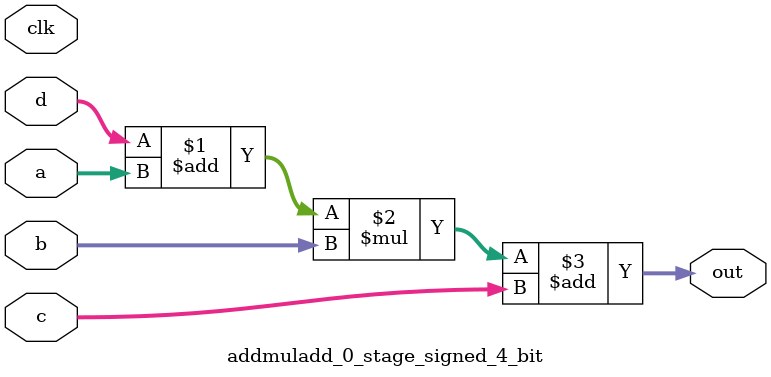
<source format=sv>
(* use_dsp = "yes" *) module addmuladd_0_stage_signed_4_bit(
	input signed [3:0] a,
	input signed [3:0] b,
	input signed [3:0] c,
	input signed [3:0] d,
	output [3:0] out,
	input clk);

	assign out = ((d + a) * b) + c;
endmodule

</source>
